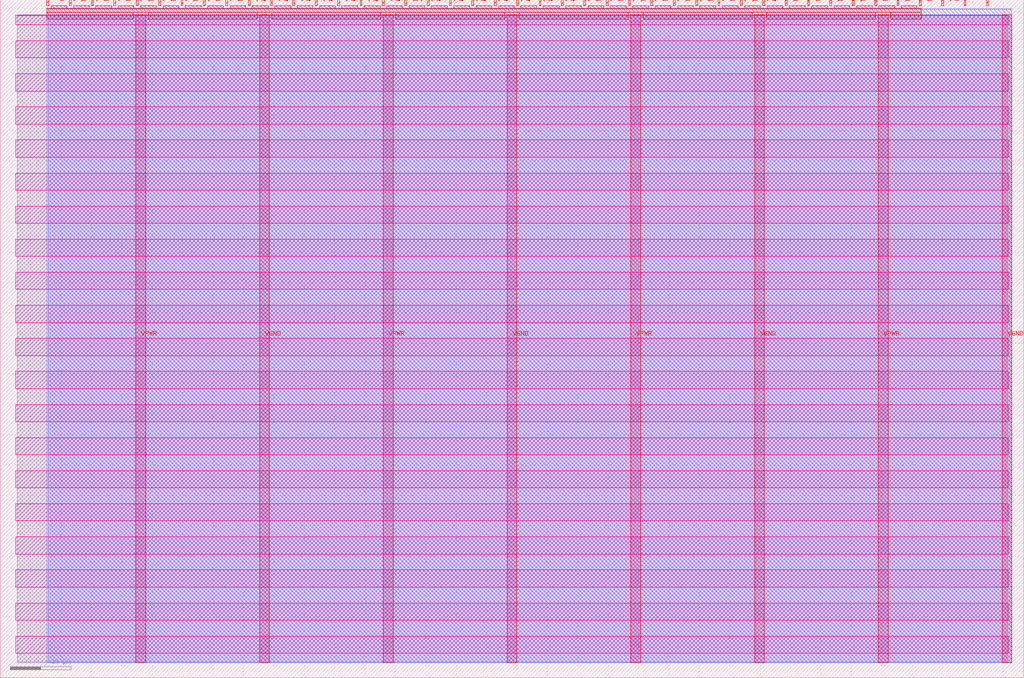
<source format=lef>
VERSION 5.7 ;
  NOWIREEXTENSIONATPIN ON ;
  DIVIDERCHAR "/" ;
  BUSBITCHARS "[]" ;
MACRO tt_um_wokwi_375163050120587265
  CLASS BLOCK ;
  FOREIGN tt_um_wokwi_375163050120587265 ;
  ORIGIN 0.000 0.000 ;
  SIZE 168.360 BY 111.520 ;
  PIN VGND
    DIRECTION INOUT ;
    USE GROUND ;
    PORT
      LAYER met4 ;
        RECT 42.670 2.480 44.270 109.040 ;
    END
    PORT
      LAYER met4 ;
        RECT 83.380 2.480 84.980 109.040 ;
    END
    PORT
      LAYER met4 ;
        RECT 124.090 2.480 125.690 109.040 ;
    END
    PORT
      LAYER met4 ;
        RECT 164.800 2.480 166.400 109.040 ;
    END
  END VGND
  PIN VPWR
    DIRECTION INOUT ;
    USE POWER ;
    PORT
      LAYER met4 ;
        RECT 22.315 2.480 23.915 109.040 ;
    END
    PORT
      LAYER met4 ;
        RECT 63.025 2.480 64.625 109.040 ;
    END
    PORT
      LAYER met4 ;
        RECT 103.735 2.480 105.335 109.040 ;
    END
    PORT
      LAYER met4 ;
        RECT 144.445 2.480 146.045 109.040 ;
    END
  END VPWR
  PIN clk
    DIRECTION INPUT ;
    USE SIGNAL ;
    PORT
      LAYER met4 ;
        RECT 158.550 110.520 158.850 111.520 ;
    END
  END clk
  PIN ena
    DIRECTION INPUT ;
    USE SIGNAL ;
    PORT
      LAYER met4 ;
        RECT 162.230 110.520 162.530 111.520 ;
    END
  END ena
  PIN rst_n
    DIRECTION INPUT ;
    USE SIGNAL ;
    PORT
      LAYER met4 ;
        RECT 154.870 110.520 155.170 111.520 ;
    END
  END rst_n
  PIN ui_in[0]
    DIRECTION INPUT ;
    USE SIGNAL ;
    ANTENNAGATEAREA 0.213000 ;
    PORT
      LAYER met4 ;
        RECT 151.190 110.520 151.490 111.520 ;
    END
  END ui_in[0]
  PIN ui_in[1]
    DIRECTION INPUT ;
    USE SIGNAL ;
    ANTENNAGATEAREA 0.126000 ;
    PORT
      LAYER met4 ;
        RECT 147.510 110.520 147.810 111.520 ;
    END
  END ui_in[1]
  PIN ui_in[2]
    DIRECTION INPUT ;
    USE SIGNAL ;
    ANTENNAGATEAREA 0.196500 ;
    PORT
      LAYER met4 ;
        RECT 143.830 110.520 144.130 111.520 ;
    END
  END ui_in[2]
  PIN ui_in[3]
    DIRECTION INPUT ;
    USE SIGNAL ;
    ANTENNAGATEAREA 0.196500 ;
    PORT
      LAYER met4 ;
        RECT 140.150 110.520 140.450 111.520 ;
    END
  END ui_in[3]
  PIN ui_in[4]
    DIRECTION INPUT ;
    USE SIGNAL ;
    PORT
      LAYER met4 ;
        RECT 136.470 110.520 136.770 111.520 ;
    END
  END ui_in[4]
  PIN ui_in[5]
    DIRECTION INPUT ;
    USE SIGNAL ;
    PORT
      LAYER met4 ;
        RECT 132.790 110.520 133.090 111.520 ;
    END
  END ui_in[5]
  PIN ui_in[6]
    DIRECTION INPUT ;
    USE SIGNAL ;
    PORT
      LAYER met4 ;
        RECT 129.110 110.520 129.410 111.520 ;
    END
  END ui_in[6]
  PIN ui_in[7]
    DIRECTION INPUT ;
    USE SIGNAL ;
    PORT
      LAYER met4 ;
        RECT 125.430 110.520 125.730 111.520 ;
    END
  END ui_in[7]
  PIN uio_in[0]
    DIRECTION INPUT ;
    USE SIGNAL ;
    PORT
      LAYER met4 ;
        RECT 121.750 110.520 122.050 111.520 ;
    END
  END uio_in[0]
  PIN uio_in[1]
    DIRECTION INPUT ;
    USE SIGNAL ;
    PORT
      LAYER met4 ;
        RECT 118.070 110.520 118.370 111.520 ;
    END
  END uio_in[1]
  PIN uio_in[2]
    DIRECTION INPUT ;
    USE SIGNAL ;
    PORT
      LAYER met4 ;
        RECT 114.390 110.520 114.690 111.520 ;
    END
  END uio_in[2]
  PIN uio_in[3]
    DIRECTION INPUT ;
    USE SIGNAL ;
    PORT
      LAYER met4 ;
        RECT 110.710 110.520 111.010 111.520 ;
    END
  END uio_in[3]
  PIN uio_in[4]
    DIRECTION INPUT ;
    USE SIGNAL ;
    PORT
      LAYER met4 ;
        RECT 107.030 110.520 107.330 111.520 ;
    END
  END uio_in[4]
  PIN uio_in[5]
    DIRECTION INPUT ;
    USE SIGNAL ;
    PORT
      LAYER met4 ;
        RECT 103.350 110.520 103.650 111.520 ;
    END
  END uio_in[5]
  PIN uio_in[6]
    DIRECTION INPUT ;
    USE SIGNAL ;
    PORT
      LAYER met4 ;
        RECT 99.670 110.520 99.970 111.520 ;
    END
  END uio_in[6]
  PIN uio_in[7]
    DIRECTION INPUT ;
    USE SIGNAL ;
    PORT
      LAYER met4 ;
        RECT 95.990 110.520 96.290 111.520 ;
    END
  END uio_in[7]
  PIN uio_oe[0]
    DIRECTION OUTPUT TRISTATE ;
    USE SIGNAL ;
    PORT
      LAYER met4 ;
        RECT 33.430 110.520 33.730 111.520 ;
    END
  END uio_oe[0]
  PIN uio_oe[1]
    DIRECTION OUTPUT TRISTATE ;
    USE SIGNAL ;
    PORT
      LAYER met4 ;
        RECT 29.750 110.520 30.050 111.520 ;
    END
  END uio_oe[1]
  PIN uio_oe[2]
    DIRECTION OUTPUT TRISTATE ;
    USE SIGNAL ;
    PORT
      LAYER met4 ;
        RECT 26.070 110.520 26.370 111.520 ;
    END
  END uio_oe[2]
  PIN uio_oe[3]
    DIRECTION OUTPUT TRISTATE ;
    USE SIGNAL ;
    PORT
      LAYER met4 ;
        RECT 22.390 110.520 22.690 111.520 ;
    END
  END uio_oe[3]
  PIN uio_oe[4]
    DIRECTION OUTPUT TRISTATE ;
    USE SIGNAL ;
    PORT
      LAYER met4 ;
        RECT 18.710 110.520 19.010 111.520 ;
    END
  END uio_oe[4]
  PIN uio_oe[5]
    DIRECTION OUTPUT TRISTATE ;
    USE SIGNAL ;
    PORT
      LAYER met4 ;
        RECT 15.030 110.520 15.330 111.520 ;
    END
  END uio_oe[5]
  PIN uio_oe[6]
    DIRECTION OUTPUT TRISTATE ;
    USE SIGNAL ;
    PORT
      LAYER met4 ;
        RECT 11.350 110.520 11.650 111.520 ;
    END
  END uio_oe[6]
  PIN uio_oe[7]
    DIRECTION OUTPUT TRISTATE ;
    USE SIGNAL ;
    PORT
      LAYER met4 ;
        RECT 7.670 110.520 7.970 111.520 ;
    END
  END uio_oe[7]
  PIN uio_out[0]
    DIRECTION OUTPUT TRISTATE ;
    USE SIGNAL ;
    PORT
      LAYER met4 ;
        RECT 62.870 110.520 63.170 111.520 ;
    END
  END uio_out[0]
  PIN uio_out[1]
    DIRECTION OUTPUT TRISTATE ;
    USE SIGNAL ;
    PORT
      LAYER met4 ;
        RECT 59.190 110.520 59.490 111.520 ;
    END
  END uio_out[1]
  PIN uio_out[2]
    DIRECTION OUTPUT TRISTATE ;
    USE SIGNAL ;
    PORT
      LAYER met4 ;
        RECT 55.510 110.520 55.810 111.520 ;
    END
  END uio_out[2]
  PIN uio_out[3]
    DIRECTION OUTPUT TRISTATE ;
    USE SIGNAL ;
    PORT
      LAYER met4 ;
        RECT 51.830 110.520 52.130 111.520 ;
    END
  END uio_out[3]
  PIN uio_out[4]
    DIRECTION OUTPUT TRISTATE ;
    USE SIGNAL ;
    PORT
      LAYER met4 ;
        RECT 48.150 110.520 48.450 111.520 ;
    END
  END uio_out[4]
  PIN uio_out[5]
    DIRECTION OUTPUT TRISTATE ;
    USE SIGNAL ;
    PORT
      LAYER met4 ;
        RECT 44.470 110.520 44.770 111.520 ;
    END
  END uio_out[5]
  PIN uio_out[6]
    DIRECTION OUTPUT TRISTATE ;
    USE SIGNAL ;
    PORT
      LAYER met4 ;
        RECT 40.790 110.520 41.090 111.520 ;
    END
  END uio_out[6]
  PIN uio_out[7]
    DIRECTION OUTPUT TRISTATE ;
    USE SIGNAL ;
    PORT
      LAYER met4 ;
        RECT 37.110 110.520 37.410 111.520 ;
    END
  END uio_out[7]
  PIN uo_out[0]
    DIRECTION OUTPUT TRISTATE ;
    USE SIGNAL ;
    ANTENNADIFFAREA 0.445500 ;
    PORT
      LAYER met4 ;
        RECT 92.310 110.520 92.610 111.520 ;
    END
  END uo_out[0]
  PIN uo_out[1]
    DIRECTION OUTPUT TRISTATE ;
    USE SIGNAL ;
    ANTENNADIFFAREA 0.795200 ;
    PORT
      LAYER met4 ;
        RECT 88.630 110.520 88.930 111.520 ;
    END
  END uo_out[1]
  PIN uo_out[2]
    DIRECTION OUTPUT TRISTATE ;
    USE SIGNAL ;
    ANTENNADIFFAREA 0.445500 ;
    PORT
      LAYER met4 ;
        RECT 84.950 110.520 85.250 111.520 ;
    END
  END uo_out[2]
  PIN uo_out[3]
    DIRECTION OUTPUT TRISTATE ;
    USE SIGNAL ;
    ANTENNADIFFAREA 0.445500 ;
    PORT
      LAYER met4 ;
        RECT 81.270 110.520 81.570 111.520 ;
    END
  END uo_out[3]
  PIN uo_out[4]
    DIRECTION OUTPUT TRISTATE ;
    USE SIGNAL ;
    ANTENNADIFFAREA 0.445500 ;
    PORT
      LAYER met4 ;
        RECT 77.590 110.520 77.890 111.520 ;
    END
  END uo_out[4]
  PIN uo_out[5]
    DIRECTION OUTPUT TRISTATE ;
    USE SIGNAL ;
    ANTENNADIFFAREA 0.445500 ;
    PORT
      LAYER met4 ;
        RECT 73.910 110.520 74.210 111.520 ;
    END
  END uo_out[5]
  PIN uo_out[6]
    DIRECTION OUTPUT TRISTATE ;
    USE SIGNAL ;
    ANTENNADIFFAREA 0.445500 ;
    PORT
      LAYER met4 ;
        RECT 70.230 110.520 70.530 111.520 ;
    END
  END uo_out[6]
  PIN uo_out[7]
    DIRECTION OUTPUT TRISTATE ;
    USE SIGNAL ;
    PORT
      LAYER met4 ;
        RECT 66.550 110.520 66.850 111.520 ;
    END
  END uo_out[7]
  OBS
      LAYER nwell ;
        RECT 2.570 107.385 165.790 108.990 ;
        RECT 2.570 101.945 165.790 104.775 ;
        RECT 2.570 96.505 165.790 99.335 ;
        RECT 2.570 91.065 165.790 93.895 ;
        RECT 2.570 85.625 165.790 88.455 ;
        RECT 2.570 80.185 165.790 83.015 ;
        RECT 2.570 74.745 165.790 77.575 ;
        RECT 2.570 69.305 165.790 72.135 ;
        RECT 2.570 63.865 165.790 66.695 ;
        RECT 2.570 58.425 165.790 61.255 ;
        RECT 2.570 52.985 165.790 55.815 ;
        RECT 2.570 47.545 165.790 50.375 ;
        RECT 2.570 42.105 165.790 44.935 ;
        RECT 2.570 36.665 165.790 39.495 ;
        RECT 2.570 31.225 165.790 34.055 ;
        RECT 2.570 25.785 165.790 28.615 ;
        RECT 2.570 20.345 165.790 23.175 ;
        RECT 2.570 14.905 165.790 17.735 ;
        RECT 2.570 9.465 165.790 12.295 ;
        RECT 2.570 4.025 165.790 6.855 ;
      LAYER li1 ;
        RECT 2.760 2.635 165.600 108.885 ;
      LAYER met1 ;
        RECT 2.760 2.480 166.400 109.040 ;
      LAYER met2 ;
        RECT 7.910 2.535 166.370 110.005 ;
      LAYER met3 ;
        RECT 7.630 2.555 166.390 109.985 ;
      LAYER met4 ;
        RECT 8.370 110.120 10.950 110.520 ;
        RECT 12.050 110.120 14.630 110.520 ;
        RECT 15.730 110.120 18.310 110.520 ;
        RECT 19.410 110.120 21.990 110.520 ;
        RECT 23.090 110.120 25.670 110.520 ;
        RECT 26.770 110.120 29.350 110.520 ;
        RECT 30.450 110.120 33.030 110.520 ;
        RECT 34.130 110.120 36.710 110.520 ;
        RECT 37.810 110.120 40.390 110.520 ;
        RECT 41.490 110.120 44.070 110.520 ;
        RECT 45.170 110.120 47.750 110.520 ;
        RECT 48.850 110.120 51.430 110.520 ;
        RECT 52.530 110.120 55.110 110.520 ;
        RECT 56.210 110.120 58.790 110.520 ;
        RECT 59.890 110.120 62.470 110.520 ;
        RECT 63.570 110.120 66.150 110.520 ;
        RECT 67.250 110.120 69.830 110.520 ;
        RECT 70.930 110.120 73.510 110.520 ;
        RECT 74.610 110.120 77.190 110.520 ;
        RECT 78.290 110.120 80.870 110.520 ;
        RECT 81.970 110.120 84.550 110.520 ;
        RECT 85.650 110.120 88.230 110.520 ;
        RECT 89.330 110.120 91.910 110.520 ;
        RECT 93.010 110.120 95.590 110.520 ;
        RECT 96.690 110.120 99.270 110.520 ;
        RECT 100.370 110.120 102.950 110.520 ;
        RECT 104.050 110.120 106.630 110.520 ;
        RECT 107.730 110.120 110.310 110.520 ;
        RECT 111.410 110.120 113.990 110.520 ;
        RECT 115.090 110.120 117.670 110.520 ;
        RECT 118.770 110.120 121.350 110.520 ;
        RECT 122.450 110.120 125.030 110.520 ;
        RECT 126.130 110.120 128.710 110.520 ;
        RECT 129.810 110.120 132.390 110.520 ;
        RECT 133.490 110.120 136.070 110.520 ;
        RECT 137.170 110.120 139.750 110.520 ;
        RECT 140.850 110.120 143.430 110.520 ;
        RECT 144.530 110.120 147.110 110.520 ;
        RECT 148.210 110.120 150.790 110.520 ;
        RECT 7.655 109.440 151.505 110.120 ;
        RECT 7.655 108.295 21.915 109.440 ;
        RECT 24.315 108.295 42.270 109.440 ;
        RECT 44.670 108.295 62.625 109.440 ;
        RECT 65.025 108.295 82.980 109.440 ;
        RECT 85.380 108.295 103.335 109.440 ;
        RECT 105.735 108.295 123.690 109.440 ;
        RECT 126.090 108.295 144.045 109.440 ;
        RECT 146.445 108.295 151.505 109.440 ;
  END
END tt_um_wokwi_375163050120587265
END LIBRARY


</source>
